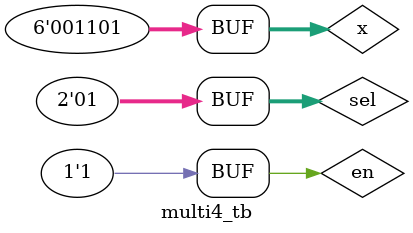
<source format=v>
module multi4(input[5:0] x, input[1:0] sel, input en, output[1:0] y);
	reg[1:0] y;
	
	always@(x, en, sel)
		if(en) begin
			y[1]=x[2*sel+1];
			y[0]=x[2*sel];	
		end
endmodule

module multi4_tb();
	reg[5:0] x;
	reg[1:0] sel;
	reg en;
	wire[1:0] y;
	
	multi4 m4 (x, sel, en, y);

	initial begin
	$monitor("%d en=%b sel=%d x=%b y=%b", $time, en, sel, x, y);
	#10
	x=6'b001101;
	sel=00;
	en=1;
	#10
	x=6'b001101;
	sel=01;
	end
endmodule

</source>
